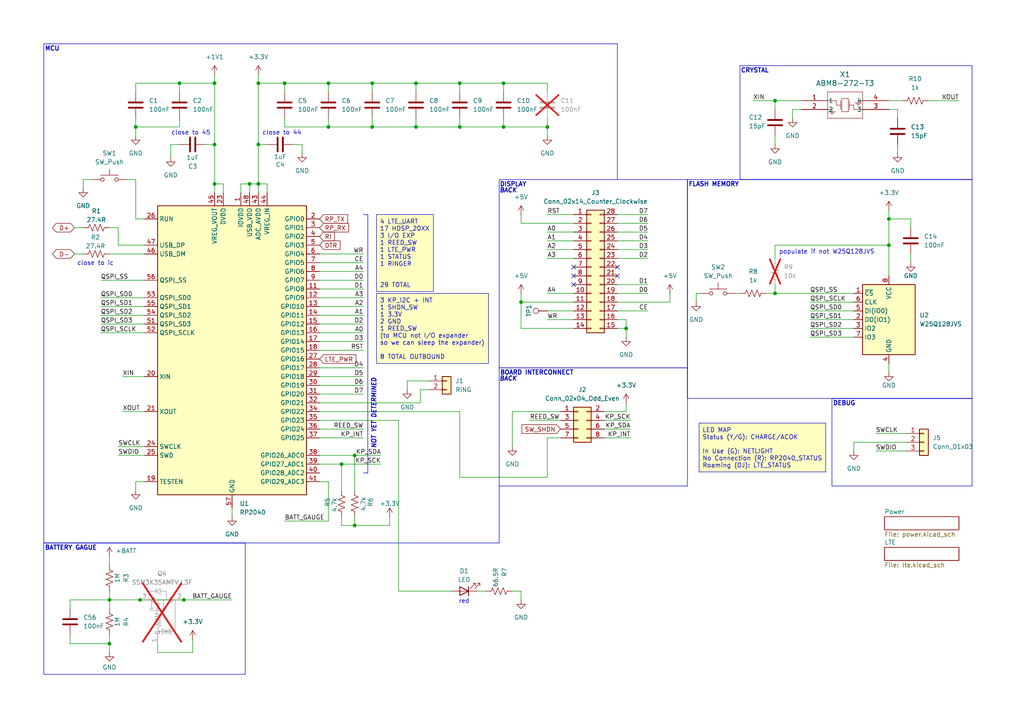
<source format=kicad_sch>
(kicad_sch (version 20231120) (generator "eeschema") (generator_version "8.0")
  (paper "A4")
  (title_block (title "MicroTAC Microcontroller") (date "2024-07-12") (rev "1") (company "Tyler Ramsawak"))
  (lib_symbols
    (symbol "ABM8_272_T3:ABM8-272-T3" (pin_names (offset 0.254))
      (property "Reference" "X" (at 12.7 7.62 0))
      (property "Value" "ABM8-272-T3" (at 12.7 5.08 0))
      (symbol "ABM8-272-T3_0_1"
        (pin unspecified line (at 0 0 0) (length 7.62) (name "1") (number "1"))
        (pin unspecified line (at 0 -2.54 0) (length 7.62) (name "2") (number "2"))
        (pin unspecified line (at 25.4 -2.54 180) (length 7.62) (name "3") (number "3"))
        (pin unspecified line (at 25.4 0 180) (length 7.62) (name "4") (number "4"))
      )
    )
    (symbol "Connector:TestPoint" (pin_numbers hide) (pin_names (offset 0.762) hide)
      (property "Reference" "TP" (at 0 6.858 0))
      (property "Value" "TestPoint" (at 0 5.08 0))
      (symbol "TestPoint_1_1"
        (pin passive line (at 0 0 90) (length 2.54) (name "1") (number "1"))
      )
    )
    (symbol "Connector_Generic:Conn_01x02" (pin_names (offset 1.016) hide)
      (property "Reference" "J" (at 0 2.54 0))
      (property "Value" "Conn_01x02" (at 0 -5.08 0))
      (symbol "Conn_01x02_1_1"
        (pin passive line (at -5.08 0 0) (length 3.81) (name "Pin_1") (number "1"))
        (pin passive line (at -5.08 -2.54 0) (length 3.81) (name "Pin_2") (number "2"))
      )
    )
    (symbol "Connector_Generic:Conn_01x03" (pin_names (offset 1.016) hide)
      (property "Reference" "J" (at 0 5.08 0))
      (property "Value" "Conn_01x03" (at 0 -5.08 0))
      (symbol "Conn_01x03_1_1"
        (pin passive line (at -5.08 2.54 0) (length 3.81) (name "Pin_1") (number "1"))
        (pin passive line (at -5.08 0 0) (length 3.81) (name "Pin_2") (number "2"))
        (pin passive line (at -5.08 -2.54 0) (length 3.81) (name "Pin_3") (number "3"))
      )
    )
    (symbol "Connector_Generic:Conn_02x04_Odd_Even" (pin_names (offset 1.016) hide)
      (property "Reference" "J" (at 1.27 5.08 0))
      (property "Value" "Conn_02x04_Odd_Even" (at 1.27 -7.62 0))
      (symbol "Conn_02x04_Odd_Even_1_1"
        (pin passive line (at -5.08 2.54 0) (length 3.81) (name "Pin_1") (number "1"))
        (pin passive line (at 7.62 2.54 180) (length 3.81) (name "Pin_2") (number "2"))
        (pin passive line (at -5.08 0 0) (length 3.81) (name "Pin_3") (number "3"))
        (pin passive line (at 7.62 0 180) (length 3.81) (name "Pin_4") (number "4"))
        (pin passive line (at -5.08 -2.54 0) (length 3.81) (name "Pin_5") (number "5"))
        (pin passive line (at 7.62 -2.54 180) (length 3.81) (name "Pin_6") (number "6"))
        (pin passive line (at -5.08 -5.08 0) (length 3.81) (name "Pin_7") (number "7"))
        (pin passive line (at 7.62 -5.08 180) (length 3.81) (name "Pin_8") (number "8"))
      )
    )
    (symbol "Connector_Generic:Conn_02x14_Counter_Clockwise" (pin_names (offset 1.016) hide)
      (property "Reference" "J" (at 1.27 17.78 0))
      (property "Value" "Conn_02x14_Counter_Clockwise" (at 1.27 -20.32 0))
      (symbol "Conn_02x14_Counter_Clockwise_1_1"
        (pin passive line (at -5.08 15.24 0) (length 3.81) (name "Pin_1") (number "1"))
        (pin passive line (at -5.08 -7.62 0) (length 3.81) (name "Pin_10") (number "10"))
        (pin passive line (at -5.08 -10.16 0) (length 3.81) (name "Pin_11") (number "11"))
        (pin passive line (at -5.08 -12.7 0) (length 3.81) (name "Pin_12") (number "12"))
        (pin passive line (at -5.08 -15.24 0) (length 3.81) (name "Pin_13") (number "13"))
        (pin passive line (at -5.08 -17.78 0) (length 3.81) (name "Pin_14") (number "14"))
        (pin passive line (at 7.62 -17.78 180) (length 3.81) (name "Pin_15") (number "15"))
        (pin passive line (at 7.62 -15.24 180) (length 3.81) (name "Pin_16") (number "16"))
        (pin passive line (at 7.62 -12.7 180) (length 3.81) (name "Pin_17") (number "17"))
        (pin passive line (at 7.62 -10.16 180) (length 3.81) (name "Pin_18") (number "18"))
        (pin passive line (at 7.62 -7.62 180) (length 3.81) (name "Pin_19") (number "19"))
        (pin passive line (at -5.08 12.7 0) (length 3.81) (name "Pin_2") (number "2"))
        (pin passive line (at 7.62 -5.08 180) (length 3.81) (name "Pin_20") (number "20"))
        (pin passive line (at 7.62 -2.54 180) (length 3.81) (name "Pin_21") (number "21"))
        (pin passive line (at 7.62 0 180) (length 3.81) (name "Pin_22") (number "22"))
        (pin passive line (at 7.62 2.54 180) (length 3.81) (name "Pin_23") (number "23"))
        (pin passive line (at 7.62 5.08 180) (length 3.81) (name "Pin_24") (number "24"))
        (pin passive line (at 7.62 7.62 180) (length 3.81) (name "Pin_25") (number "25"))
        (pin passive line (at 7.62 10.16 180) (length 3.81) (name "Pin_26") (number "26"))
        (pin passive line (at 7.62 12.7 180) (length 3.81) (name "Pin_27") (number "27"))
        (pin passive line (at 7.62 15.24 180) (length 3.81) (name "Pin_28") (number "28"))
        (pin passive line (at -5.08 10.16 0) (length 3.81) (name "Pin_3") (number "3"))
        (pin passive line (at -5.08 7.62 0) (length 3.81) (name "Pin_4") (number "4"))
        (pin passive line (at -5.08 5.08 0) (length 3.81) (name "Pin_5") (number "5"))
        (pin passive line (at -5.08 2.54 0) (length 3.81) (name "Pin_6") (number "6"))
        (pin passive line (at -5.08 0 0) (length 3.81) (name "Pin_7") (number "7"))
        (pin passive line (at -5.08 -2.54 0) (length 3.81) (name "Pin_8") (number "8"))
        (pin passive line (at -5.08 -5.08 0) (length 3.81) (name "Pin_9") (number "9"))
      )
    )
    (symbol "Device:C" (pin_numbers hide) (pin_names (offset 0.254))
      (property "Reference" "C" (at 0.635 2.54 0))
      (property "Value" "C" (at 0.635 -2.54 0))
      (symbol "C_1_1"
        (pin passive line (at 0 3.81 270) (length 2.794) (name "~") (number "1"))
        (pin passive line (at 0 -3.81 90) (length 2.794) (name "~") (number "2"))
      )
    )
    (symbol "Device:LED" (pin_numbers hide) (pin_names (offset 1.016) hide)
      (property "Reference" "D" (at 0 2.54 0))
      (property "Value" "LED" (at 0 -2.54 0))
      (symbol "LED_1_1"
        (pin passive line (at -3.81 0 0) (length 2.54) (name "K") (number "1"))
        (pin passive line (at 3.81 0 180) (length 2.54) (name "A") (number "2"))
      )
    )
    (symbol "Device:R_US" (pin_numbers hide) (pin_names (offset 0))
      (property "Reference" "R" (at 2.54 0 90))
      (property "Value" "R_US" (at -2.54 0 90))
      (symbol "R_US_1_1"
        (pin passive line (at 0 3.81 270) (length 1.27) (name "~") (number "1"))
        (pin passive line (at 0 -3.81 90) (length 1.27) (name "~") (number "2"))
      )
    )
    (symbol "MCU_RaspberryPi:RP2040"
      (property "Reference" "U" (at 17.78 45.72 0))
      (property "Value" "RP2040" (at 17.78 43.18 0))
      (symbol "RP2040_1_1"
        (pin power_in line (at 2.54 45.72 270) (length 3.81) (name "IOVDD") (number "1"))
        (pin passive line (at 2.54 45.72 270) (length 3.81) hide (name "IOVDD") (number "10"))
        (pin bidirectional line (at 25.4 17.78 180) (length 3.81) (name "GPIO8") (number "11"))
        (pin bidirectional line (at 25.4 15.24 180) (length 3.81) (name "GPIO9") (number "12"))
        (pin bidirectional line (at 25.4 12.7 180) (length 3.81) (name "GPIO10") (number "13"))
        (pin bidirectional line (at 25.4 10.16 180) (length 3.81) (name "GPIO11") (number "14"))
        (pin bidirectional line (at 25.4 7.62 180) (length 3.81) (name "GPIO12") (number "15"))
        (pin bidirectional line (at 25.4 5.08 180) (length 3.81) (name "GPIO13") (number "16"))
        (pin bidirectional line (at 25.4 2.54 180) (length 3.81) (name "GPIO14") (number "17"))
        (pin bidirectional line (at 25.4 0 180) (length 3.81) (name "GPIO15") (number "18"))
        (pin input line (at -25.4 -38.1 0) (length 3.81) (name "TESTEN") (number "19"))
        (pin bidirectional line (at 25.4 38.1 180) (length 3.81) (name "GPIO0") (number "2"))
        (pin input line (at -25.4 -7.62 0) (length 3.81) (name "XIN") (number "20"))
        (pin passive line (at -25.4 -17.78 0) (length 3.81) (name "XOUT") (number "21"))
        (pin passive line (at 2.54 45.72 270) (length 3.81) hide (name "IOVDD") (number "22"))
        (pin power_in line (at -2.54 45.72 270) (length 3.81) (name "DVDD") (number "23"))
        (pin input line (at -25.4 -27.94 0) (length 3.81) (name "SWCLK") (number "24"))
        (pin bidirectional line (at -25.4 -30.48 0) (length 3.81) (name "SWD") (number "25"))
        (pin input line (at -25.4 38.1 0) (length 3.81) (name "RUN") (number "26"))
        (pin bidirectional line (at 25.4 -2.54 180) (length 3.81) (name "GPIO16") (number "27"))
        (pin bidirectional line (at 25.4 -5.08 180) (length 3.81) (name "GPIO17") (number "28"))
        (pin bidirectional line (at 25.4 -7.62 180) (length 3.81) (name "GPIO18") (number "29"))
        (pin bidirectional line (at 25.4 35.56 180) (length 3.81) (name "GPIO1") (number "3"))
        (pin bidirectional line (at 25.4 -10.16 180) (length 3.81) (name "GPIO19") (number "30"))
        (pin bidirectional line (at 25.4 -12.7 180) (length 3.81) (name "GPIO20") (number "31"))
        (pin bidirectional line (at 25.4 -15.24 180) (length 3.81) (name "GPIO21") (number "32"))
        (pin passive line (at 2.54 45.72 270) (length 3.81) hide (name "IOVDD") (number "33"))
        (pin bidirectional line (at 25.4 -17.78 180) (length 3.81) (name "GPIO22") (number "34"))
        (pin bidirectional line (at 25.4 -20.32 180) (length 3.81) (name "GPIO23") (number "35"))
        (pin bidirectional line (at 25.4 -22.86 180) (length 3.81) (name "GPIO24") (number "36"))
        (pin bidirectional line (at 25.4 -25.4 180) (length 3.81) (name "GPIO25") (number "37"))
        (pin bidirectional line (at 25.4 -30.48 180) (length 3.81) (name "GPIO26_ADC0") (number "38"))
        (pin bidirectional line (at 25.4 -33.02 180) (length 3.81) (name "GPIO27_ADC1") (number "39"))
        (pin bidirectional line (at 25.4 33.02 180) (length 3.81) (name "GPIO2") (number "4"))
        (pin bidirectional line (at 25.4 -35.56 180) (length 3.81) (name "GPIO28_ADC2") (number "40"))
        (pin bidirectional line (at 25.4 -38.1 180) (length 3.81) (name "GPIO29_ADC3") (number "41"))
        (pin passive line (at 2.54 45.72 270) (length 3.81) hide (name "IOVDD") (number "42"))
        (pin power_in line (at 7.62 45.72 270) (length 3.81) (name "ADC_AVDD") (number "43"))
        (pin power_in line (at 10.16 45.72 270) (length 3.81) (name "VREG_IN") (number "44"))
        (pin power_out line (at -5.08 45.72 270) (length 3.81) (name "VREG_VOUT") (number "45"))
        (pin bidirectional line (at -25.4 27.94 0) (length 3.81) (name "USB_DM") (number "46"))
        (pin bidirectional line (at -25.4 30.48 0) (length 3.81) (name "USB_DP") (number "47"))
        (pin power_in line (at 5.08 45.72 270) (length 3.81) (name "USB_VDD") (number "48"))
        (pin passive line (at 2.54 45.72 270) (length 3.81) hide (name "IOVDD") (number "49"))
        (pin bidirectional line (at 25.4 30.48 180) (length 3.81) (name "GPIO3") (number "5"))
        (pin passive line (at -2.54 45.72 270) (length 3.81) hide (name "DVDD") (number "50"))
        (pin bidirectional line (at -25.4 7.62 0) (length 3.81) (name "QSPI_SD3") (number "51"))
        (pin output line (at -25.4 5.08 0) (length 3.81) (name "QSPI_SCLK") (number "52"))
        (pin bidirectional line (at -25.4 15.24 0) (length 3.81) (name "QSPI_SD0") (number "53"))
        (pin bidirectional line (at -25.4 10.16 0) (length 3.81) (name "QSPI_SD2") (number "54"))
        (pin bidirectional line (at -25.4 12.7 0) (length 3.81) (name "QSPI_SD1") (number "55"))
        (pin bidirectional line (at -25.4 20.32 0) (length 3.81) (name "QSPI_SS") (number "56"))
        (pin power_in line (at 0 -45.72 90) (length 3.81) (name "GND") (number "57"))
        (pin bidirectional line (at 25.4 27.94 180) (length 3.81) (name "GPIO4") (number "6"))
        (pin bidirectional line (at 25.4 25.4 180) (length 3.81) (name "GPIO5") (number "7"))
        (pin bidirectional line (at 25.4 22.86 180) (length 3.81) (name "GPIO6") (number "8"))
        (pin bidirectional line (at 25.4 20.32 180) (length 3.81) (name "GPIO7") (number "9"))
      )
    )
    (symbol "Memory_Flash:W25Q128JVS"
      (property "Reference" "U" (at -8.89 8.89 0))
      (property "Value" "W25Q128JVS" (at 7.62 8.89 0))
      (symbol "W25Q128JVS_1_1"
        (pin input line (at -10.16 7.62 0) (length 2.54) (name "~{CS}") (number "1"))
        (pin bidirectional line (at -10.16 0 0) (length 2.54) (name "DO(IO1)") (number "2"))
        (pin bidirectional line (at -10.16 -2.54 0) (length 2.54) (name "IO2") (number "3"))
        (pin power_in line (at 0 -12.7 90) (length 2.54) (name "GND") (number "4"))
        (pin bidirectional line (at -10.16 2.54 0) (length 2.54) (name "DI(IO0)") (number "5"))
        (pin input line (at -10.16 5.08 0) (length 2.54) (name "CLK") (number "6"))
        (pin bidirectional line (at -10.16 -5.08 0) (length 2.54) (name "IO3") (number "7"))
        (pin power_in line (at 0 12.7 270) (length 2.54) (name "VCC") (number "8"))
      )
    )
    (symbol "Switch:SW_Push" (pin_numbers hide) (pin_names (offset 1.016) hide)
      (property "Reference" "SW" (at 1.27 2.54 0))
      (property "Value" "SW_Push" (at 0 -1.524 0))
      (symbol "SW_Push_0_1"
        (pin passive line (at -5.08 0 0) (length 2.54) (name "1") (number "1"))
        (pin passive line (at 5.08 0 180) (length 2.54) (name "2") (number "2"))
      )
    )
    (symbol "easyeda2kicad:SSM3K35AMFV,L3F"
      (property "Reference" "Q" (at 0 10.16 0))
      (property "Value" "SSM3K35AMFV,L3F" (at 0 -12.7 0))
      (symbol "SSM3K35AMFV,L3F_0_1"
        (pin unspecified line (at -12.7 0 0) (length 2.032) (name "G") (number "1"))
        (pin unspecified line (at 0 -7.62 90) (length 2.54) (name "S") (number "2"))
        (pin unspecified line (at 0 5.08 270) (length 2.54) (name "D") (number "3"))
      )
    )
    (symbol "power:+1V1" (power) (pin_numbers hide) (pin_names (offset 0) hide)
      (property "Value" "+1V1" (at 0 3.556 0))
      (symbol "+1V1_1_1"
        (pin power_in line (at 0 0 90) (length 0) (name "~") (number "1"))
      )
    )
    (symbol "power:+3.3V" (power) (pin_numbers hide) (pin_names (offset 0) hide)
      (property "Value" "+3.3V" (at 0 3.556 0))
      (symbol "+3.3V_1_1"
        (pin power_in line (at 0 0 90) (length 0) (name "~") (number "1"))
      )
    )
    (symbol "power:+5V" (power) (pin_numbers hide) (pin_names (offset 0) hide)
      (property "Value" "+5V" (at 0 3.556 0))
      (symbol "+5V_1_1"
        (pin power_in line (at 0 0 90) (length 0) (name "~") (number "1"))
      )
    )
    (symbol "power:+BATT" (power) (pin_numbers hide) (pin_names (offset 0) hide)
      (property "Value" "+BATT" (at 0 3.556 0))
      (symbol "+BATT_1_1"
        (pin power_in line (at 0 0 90) (length 0) (name "~") (number "1"))
      )
    )
    (symbol "power:GND" (power) (pin_numbers hide) (pin_names (offset 0) hide)
      (property "Value" "GND" (at 0 -3.81 0))
      (symbol "GND_1_1"
        (pin power_in line (at 0 0 270) (length 0) (name "~") (number "1"))
      )
    )
  )
  (junction (at 158.75 36.83))
  (junction (at 72.39 53.34))
  (junction (at 133.35 24.13))
  (junction (at 62.23 24.13))
  (junction (at 31.75 186.69))
  (junction (at 74.93 24.13))
  (junction (at 146.05 36.83))
  (junction (at 62.23 41.91))
  (junction (at 257.81 63.5))
  (junction (at 62.23 53.34))
  (junction (at 120.65 24.13))
  (junction (at 102.87 152.4))
  (junction (at 82.55 24.13))
  (junction (at 107.95 36.83))
  (junction (at 133.35 36.83))
  (junction (at 181.61 95.25))
  (junction (at 74.93 41.91))
  (junction (at 52.07 24.13))
  (junction (at 31.75 173.99))
  (junction (at 102.87 132.08))
  (junction (at 95.25 36.83))
  (junction (at 224.79 29.21))
  (junction (at 40.64 173.99))
  (junction (at 95.25 24.13))
  (junction (at 53.34 173.99))
  (junction (at 39.37 36.83))
  (junction (at 107.95 24.13))
  (junction (at 257.81 71.12))
  (junction (at 151.13 87.63))
  (junction (at 224.79 85.09))
  (junction (at 146.05 24.13))
  (junction (at 74.93 53.34))
  (junction (at 99.06 134.62))
  (junction (at 120.65 36.83))
  (no_connect (at 166.37 77.47))
  (no_connect (at 179.07 80.01))
  (no_connect (at 179.07 77.47))
  (no_connect (at 166.37 80.01))
  (no_connect (at 166.37 82.55))
  (wire (pts (xy 34.29 66.04) (xy 31.75 66.04)))
  (wire (pts (xy 158.75 92.71) (xy 166.37 92.71)))
  (wire (pts (xy 40.64 173.99) (xy 53.34 173.99)))
  (wire (pts (xy 120.65 24.13) (xy 120.65 26.67)))
  (wire (pts (xy 179.07 92.71) (xy 181.61 92.71)))
  (wire (pts (xy 62.23 21.59) (xy 62.23 24.13)))
  (wire (pts (xy 29.21 81.28) (xy 41.91 81.28)))
  (wire (pts (xy 222.25 85.09) (xy 224.79 85.09)))
  (wire (pts (xy 31.75 173.99) (xy 31.75 171.45)))
  (wire (pts (xy 229.87 31.75) (xy 229.87 34.29)))
  (wire (pts (xy 194.31 85.09) (xy 194.31 87.63)))
  (wire (pts (xy 121.92 113.03) (xy 121.92 116.84)))
  (wire (pts (xy 257.81 107.95) (xy 257.81 105.41)))
  (wire (pts (xy 31.75 173.99) (xy 20.32 173.99)))
  (wire (pts (xy 181.61 116.84) (xy 181.61 119.38)))
  (wire (pts (xy 82.55 24.13) (xy 74.93 24.13)))
  (wire (pts (xy 133.35 138.43) (xy 158.75 138.43)))
  (wire (pts (xy 92.71 101.6) (xy 105.41 101.6)))
  (wire (pts (xy 53.34 173.99) (xy 67.31 173.99)))
  (wire (pts (xy 179.07 95.25) (xy 181.61 95.25)))
  (wire (pts (xy 41.91 63.5) (xy 39.37 63.5)))
  (wire (pts (xy 49.53 45.72) (xy 49.53 41.91)))
  (wire (pts (xy 264.16 66.04) (xy 264.16 63.5)))
  (wire (pts (xy 92.71 109.22) (xy 105.41 109.22)))
  (wire (pts (xy 254 125.73) (xy 262.89 125.73)))
  (wire (pts (xy 102.87 132.08) (xy 92.71 132.08)))
  (wire (pts (xy 187.96 64.77) (xy 179.07 64.77)))
  (wire (pts (xy 92.71 88.9) (xy 105.41 88.9)))
  (polyline (pts (xy 105.41 62.23) (xy 106.68 62.23)))
  (wire (pts (xy 181.61 119.38) (xy 175.26 119.38)))
  (wire (pts (xy 82.55 34.29) (xy 82.55 36.83)))
  (wire (pts (xy 260.35 31.75) (xy 260.35 34.29)))
  (wire (pts (xy 102.87 152.4) (xy 113.03 152.4)))
  (wire (pts (xy 31.75 186.69) (xy 31.75 184.15)))
  (wire (pts (xy 74.93 21.59) (xy 74.93 24.13)))
  (wire (pts (xy 158.75 85.09) (xy 166.37 85.09)))
  (wire (pts (xy 130.81 171.45) (xy 115.57 171.45)))
  (wire (pts (xy 95.25 24.13) (xy 107.95 24.13)))
  (wire (pts (xy 77.47 41.91) (xy 74.93 41.91)))
  (wire (pts (xy 82.55 24.13) (xy 95.25 24.13)))
  (wire (pts (xy 39.37 36.83) (xy 39.37 34.29)))
  (wire (pts (xy 99.06 149.86) (xy 99.06 152.4)))
  (polyline (pts (xy 106.68 62.23) (xy 106.68 137.16)))
  (wire (pts (xy 26.67 52.07) (xy 24.13 52.07)))
  (wire (pts (xy 158.75 24.13) (xy 158.75 26.67)))
  (wire (pts (xy 59.69 41.91) (xy 62.23 41.91)))
  (wire (pts (xy 224.79 85.09) (xy 247.65 85.09)))
  (wire (pts (xy 218.44 29.21) (xy 224.79 29.21)))
  (wire (pts (xy 158.75 90.17) (xy 166.37 90.17)))
  (wire (pts (xy 187.96 69.85) (xy 179.07 69.85)))
  (wire (pts (xy 257.81 63.5) (xy 257.81 71.12)))
  (wire (pts (xy 39.37 39.37) (xy 39.37 36.83)))
  (wire (pts (xy 92.71 78.74) (xy 105.41 78.74)))
  (wire (pts (xy 158.75 138.43) (xy 158.75 127)))
  (wire (pts (xy 158.75 72.39) (xy 166.37 72.39)))
  (wire (pts (xy 95.25 24.13) (xy 95.25 26.67)))
  (wire (pts (xy 224.79 39.37) (xy 224.79 41.91)))
  (wire (pts (xy 257.81 71.12) (xy 257.81 80.01)))
  (wire (pts (xy 120.65 36.83) (xy 133.35 36.83)))
  (wire (pts (xy 133.35 26.67) (xy 133.35 24.13)))
  (wire (pts (xy 257.81 63.5) (xy 264.16 63.5)))
  (wire (pts (xy 34.29 71.12) (xy 34.29 66.04)))
  (wire (pts (xy 92.71 116.84) (xy 121.92 116.84)))
  (wire (pts (xy 77.47 53.34) (xy 77.47 55.88)))
  (wire (pts (xy 92.71 83.82) (xy 105.41 83.82)))
  (wire (pts (xy 257.81 60.96) (xy 257.81 63.5)))
  (wire (pts (xy 52.07 26.67) (xy 52.07 24.13)))
  (wire (pts (xy 92.71 106.68) (xy 105.41 106.68)))
  (wire (pts (xy 29.21 91.44) (xy 41.91 91.44)))
  (wire (pts (xy 85.09 41.91) (xy 87.63 41.91)))
  (wire (pts (xy 92.71 96.52) (xy 105.41 96.52)))
  (wire (pts (xy 118.11 110.49) (xy 118.11 113.03)))
  (polyline (pts (xy 179.07 12.7) (xy 179.07 52.07)))
  (wire (pts (xy 151.13 171.45) (xy 151.13 173.99)))
  (wire (pts (xy 87.63 44.45) (xy 87.63 41.91)))
  (wire (pts (xy 158.75 127) (xy 162.56 127)))
  (wire (pts (xy 92.71 111.76) (xy 105.41 111.76)))
  (polyline (pts (xy 12.7 12.7) (xy 179.07 12.7)))
  (wire (pts (xy 146.05 24.13) (xy 158.75 24.13)))
  (wire (pts (xy 158.75 69.85) (xy 166.37 69.85)))
  (wire (pts (xy 224.79 29.21) (xy 224.79 31.75)))
  (wire (pts (xy 92.71 114.3) (xy 105.41 114.3)))
  (wire (pts (xy 69.85 55.88) (xy 69.85 53.34)))
  (wire (pts (xy 166.37 95.25) (xy 151.13 95.25)))
  (wire (pts (xy 102.87 149.86) (xy 102.87 152.4)))
  (wire (pts (xy 151.13 87.63) (xy 151.13 95.25)))
  (wire (pts (xy 138.43 171.45) (xy 140.97 171.45)))
  (polyline (pts (xy 105.41 137.16) (xy 106.68 137.16)))
  (wire (pts (xy 182.88 121.92) (xy 175.26 121.92)))
  (wire (pts (xy 95.25 139.7) (xy 92.71 139.7)))
  (wire (pts (xy 115.57 121.92) (xy 115.57 171.45)))
  (wire (pts (xy 257.81 29.21) (xy 261.62 29.21)))
  (wire (pts (xy 187.96 85.09) (xy 179.07 85.09)))
  (wire (pts (xy 133.35 36.83) (xy 146.05 36.83)))
  (wire (pts (xy 39.37 52.07) (xy 36.83 52.07)))
  (wire (pts (xy 224.79 74.93) (xy 224.79 71.12)))
  (wire (pts (xy 95.25 151.13) (xy 95.25 139.7)))
  (wire (pts (xy 124.46 113.03) (xy 121.92 113.03)))
  (wire (pts (xy 39.37 63.5) (xy 39.37 52.07)))
  (wire (pts (xy 92.71 93.98) (xy 105.41 93.98)))
  (wire (pts (xy 182.88 124.46) (xy 175.26 124.46)))
  (wire (pts (xy 146.05 36.83) (xy 146.05 34.29)))
  (wire (pts (xy 29.21 93.98) (xy 41.91 93.98)))
  (polyline (pts (xy 144.78 157.48) (xy 12.7 157.48)))
  (wire (pts (xy 158.75 39.37) (xy 158.75 36.83)))
  (wire (pts (xy 234.95 92.71) (xy 247.65 92.71)))
  (wire (pts (xy 254 130.81) (xy 262.89 130.81)))
  (wire (pts (xy 234.95 90.17) (xy 247.65 90.17)))
  (wire (pts (xy 99.06 152.4) (xy 102.87 152.4)))
  (wire (pts (xy 29.21 88.9) (xy 41.91 88.9)))
  (wire (pts (xy 151.13 171.45) (xy 148.59 171.45)))
  (wire (pts (xy 232.41 31.75) (xy 229.87 31.75)))
  (wire (pts (xy 110.49 132.08) (xy 102.87 132.08)))
  (wire (pts (xy 39.37 24.13) (xy 39.37 26.67)))
  (wire (pts (xy 124.46 110.49) (xy 118.11 110.49)))
  (wire (pts (xy 257.81 31.75) (xy 260.35 31.75)))
  (wire (pts (xy 62.23 24.13) (xy 62.23 41.91)))
  (wire (pts (xy 92.71 86.36) (xy 105.41 86.36)))
  (wire (pts (xy 55.88 185.42) (xy 55.88 189.23)))
  (wire (pts (xy 52.07 34.29) (xy 52.07 36.83)))
  (wire (pts (xy 166.37 64.77) (xy 151.13 64.77)))
  (wire (pts (xy 120.65 34.29) (xy 120.65 36.83)))
  (wire (pts (xy 234.95 95.25) (xy 247.65 95.25)))
  (wire (pts (xy 29.21 96.52) (xy 41.91 96.52)))
  (wire (pts (xy 260.35 41.91) (xy 260.35 44.45)))
  (wire (pts (xy 107.95 36.83) (xy 120.65 36.83)))
  (wire (pts (xy 55.88 189.23) (xy 45.72 189.23)))
  (wire (pts (xy 194.31 87.63) (xy 179.07 87.63)))
  (wire (pts (xy 234.95 97.79) (xy 247.65 97.79)))
  (wire (pts (xy 29.21 86.36) (xy 41.91 86.36)))
  (wire (pts (xy 31.75 161.29) (xy 31.75 163.83)))
  (wire (pts (xy 95.25 34.29) (xy 95.25 36.83)))
  (wire (pts (xy 182.88 127) (xy 175.26 127)))
  (wire (pts (xy 92.71 91.44) (xy 105.41 91.44)))
  (wire (pts (xy 20.32 184.15) (xy 20.32 186.69)))
  (wire (pts (xy 20.32 186.69) (xy 31.75 186.69)))
  (wire (pts (xy 247.65 128.27) (xy 262.89 128.27)))
  (wire (pts (xy 67.31 149.86) (xy 67.31 147.32)))
  (wire (pts (xy 181.61 95.25) (xy 181.61 97.79)))
  (wire (pts (xy 133.35 34.29) (xy 133.35 36.83)))
  (wire (pts (xy 31.75 73.66) (xy 41.91 73.66)))
  (wire (pts (xy 92.71 76.2) (xy 105.41 76.2)))
  (polyline (pts (xy 144.78 140.97) (xy 144.78 157.48)))
  (wire (pts (xy 72.39 53.34) (xy 74.93 53.34)))
  (wire (pts (xy 74.93 41.91) (xy 74.93 53.34)))
  (wire (pts (xy 158.75 74.93) (xy 166.37 74.93)))
  (wire (pts (xy 187.96 62.23) (xy 179.07 62.23)))
  (wire (pts (xy 234.95 87.63) (xy 247.65 87.63)))
  (wire (pts (xy 102.87 132.08) (xy 102.87 142.24)))
  (wire (pts (xy 35.56 119.38) (xy 41.91 119.38)))
  (wire (pts (xy 92.71 73.66) (xy 105.41 73.66)))
  (wire (pts (xy 213.36 85.09) (xy 214.63 85.09)))
  (wire (pts (xy 62.23 53.34) (xy 62.23 55.88)))
  (wire (pts (xy 120.65 24.13) (xy 133.35 24.13)))
  (wire (pts (xy 99.06 142.24) (xy 99.06 134.62)))
  (wire (pts (xy 74.93 53.34) (xy 74.93 55.88)))
  (wire (pts (xy 105.41 124.46) (xy 92.71 124.46)))
  (wire (pts (xy 24.13 66.04) (xy 21.59 66.04)))
  (wire (pts (xy 45.72 189.23) (xy 45.72 186.69)))
  (wire (pts (xy 74.93 24.13) (xy 74.93 41.91)))
  (wire (pts (xy 95.25 36.83) (xy 107.95 36.83)))
  (wire (pts (xy 69.85 53.34) (xy 72.39 53.34)))
  (wire (pts (xy 92.71 121.92) (xy 115.57 121.92)))
  (wire (pts (xy 64.77 55.88) (xy 64.77 53.34)))
  (wire (pts (xy 92.71 127) (xy 105.41 127)))
  (wire (pts (xy 247.65 128.27) (xy 247.65 130.81)))
  (polyline (pts (xy 12.7 157.48) (xy 12.7 12.7)))
  (wire (pts (xy 148.59 119.38) (xy 162.56 119.38)))
  (wire (pts (xy 31.75 189.23) (xy 31.75 186.69)))
  (wire (pts (xy 24.13 52.07) (xy 24.13 54.61)))
  (wire (pts (xy 151.13 64.77) (xy 151.13 62.23)))
  (wire (pts (xy 52.07 24.13) (xy 39.37 24.13)))
  (wire (pts (xy 20.32 173.99) (xy 20.32 176.53)))
  (wire (pts (xy 31.75 176.53) (xy 31.75 173.99)))
  (wire (pts (xy 224.79 85.09) (xy 224.79 82.55)))
  (wire (pts (xy 92.71 134.62) (xy 99.06 134.62)))
  (wire (pts (xy 181.61 92.71) (xy 181.61 95.25)))
  (wire (pts (xy 92.71 119.38) (xy 133.35 119.38)))
  (wire (pts (xy 24.13 73.66) (xy 21.59 73.66)))
  (wire (pts (xy 187.96 72.39) (xy 179.07 72.39)))
  (wire (pts (xy 201.93 85.09) (xy 201.93 87.63)))
  (wire (pts (xy 153.67 121.92) (xy 162.56 121.92)))
  (wire (pts (xy 151.13 85.09) (xy 151.13 87.63)))
  (wire (pts (xy 158.75 34.29) (xy 158.75 36.83)))
  (wire (pts (xy 82.55 36.83) (xy 95.25 36.83)))
  (wire (pts (xy 224.79 71.12) (xy 257.81 71.12)))
  (wire (pts (xy 34.29 132.08) (xy 41.91 132.08)))
  (wire (pts (xy 41.91 71.12) (xy 34.29 71.12)))
  (wire (pts (xy 82.55 26.67) (xy 82.55 24.13)))
  (wire (pts (xy 151.13 87.63) (xy 166.37 87.63)))
  (wire (pts (xy 113.03 152.4) (xy 113.03 149.86)))
  (wire (pts (xy 62.23 41.91) (xy 62.23 53.34)))
  (wire (pts (xy 133.35 24.13) (xy 146.05 24.13)))
  (wire (pts (xy 133.35 119.38) (xy 133.35 138.43)))
  (wire (pts (xy 187.96 82.55) (xy 179.07 82.55)))
  (wire (pts (xy 187.96 90.17) (xy 179.07 90.17)))
  (wire (pts (xy 264.16 76.2) (xy 264.16 73.66)))
  (wire (pts (xy 158.75 67.31) (xy 166.37 67.31)))
  (wire (pts (xy 107.95 24.13) (xy 120.65 24.13)))
  (wire (pts (xy 40.64 173.99) (xy 31.75 173.99)))
  (wire (pts (xy 187.96 74.93) (xy 179.07 74.93)))
  (wire (pts (xy 52.07 24.13) (xy 62.23 24.13)))
  (wire (pts (xy 107.95 34.29) (xy 107.95 36.83)))
  (wire (pts (xy 52.07 36.83) (xy 39.37 36.83)))
  (wire (pts (xy 39.37 139.7) (xy 41.91 139.7)))
  (wire (pts (xy 35.56 109.22) (xy 41.91 109.22)))
  (wire (pts (xy 92.71 81.28) (xy 105.41 81.28)))
  (wire (pts (xy 148.59 119.38) (xy 148.59 129.54)))
  (wire (pts (xy 232.41 29.21) (xy 224.79 29.21)))
  (wire (pts (xy 39.37 142.24) (xy 39.37 139.7)))
  (wire (pts (xy 52.07 41.91) (xy 49.53 41.91)))
  (wire (pts (xy 74.93 53.34) (xy 77.47 53.34)))
  (wire (pts (xy 107.95 24.13) (xy 107.95 26.67)))
  (wire (pts (xy 64.77 53.34) (xy 62.23 53.34)))
  (wire (pts (xy 146.05 24.13) (xy 146.05 26.67)))
  (wire (pts (xy 82.55 151.13) (xy 95.25 151.13)))
  (wire (pts (xy 146.05 36.83) (xy 158.75 36.83)))
  (wire (pts (xy 72.39 53.34) (xy 72.39 55.88)))
  (wire (pts (xy 99.06 134.62) (xy 110.49 134.62)))
  (wire (pts (xy 269.24 29.21) (xy 278.13 29.21)))
  (wire (pts (xy 34.29 129.54) (xy 41.91 129.54)))
  (wire (pts (xy 92.71 99.06) (xy 105.41 99.06)))
  (wire (pts (xy 203.2 85.09) (xy 201.93 85.09)))
  (wire (pts (xy 187.96 67.31) (xy 179.07 67.31)))
  (wire (pts (xy 158.75 62.23) (xy 166.37 62.23)))
  (rectangle (start 241.3 115.57) (end 281.94 140.97))
  (rectangle (start 144.78 52.07) (end 199.39 106.68))
  (rectangle (start 214.63 19.05) (end 281.94 52.07))
  (rectangle (start 144.78 106.68) (end 199.39 140.97))
  (rectangle (start 12.7 157.48) (end 71.12 195.58))
  (rectangle (start 199.39 52.07) (end 281.94 115.57))
  (text_box "4 LTE_UART\n17 HDSP_20XX\n3 I/O EXP\n1 REED_SW\n1 LTE_PWR\n1 STATUS\n1 RINGER\n\n\n29 TOTAL" (at 109.22 62.23 0) (size 16.4472 22.35) (fill (type color) (color 255 255 194 1)) (effects (font (size 1.27 1.27)) (justify left)))
  (text_box "LED MAP\nStatus (Y/G): CHARGE/ACOK\n\nIn Use (G): NETLIGHT\nNo Connection (R): RP2040_STATUS\nRoaming (OJ): LTE_STATUS" (at 202.7555 122.7083 0) (size 36.7671 14.1714) (fill (type color) (color 255 255 194 1)) (effects (font (size 1.27 1.27)) (justify left)))
  (text_box "3 KP_I2C + INT\n1 SHDN_SW\n1 3.3V\n2 GND\n1 REED_SW\n(to MCU not I/O expander\nso we can sleep the expander)\n\n8 TOTAL OUTBOUND\n" (at 109.22 85.09 0) (size 32.4128 20.3053) (fill (type color) (color 255 255 194 1)) (effects (font (size 1.27 1.27)) (justify left)))
  (text "BACK" (at 144.78 109.982 0) (effects (font (size 1.27 1.27) (thickness 0.254) (bold yes) (italic yes)) (justify left)))
  (text "close to 45" (at 55.372 38.608 0) (effects (font (size 1.27 1.27))))
  (text "CRYSTAL" (at 218.948 20.574 0) (effects (font (size 1.27 1.27) (bold yes))))
  (text "close to ic" (at 27.686 76.454 0) (effects (font (size 1.27 1.27))))
  (text "red" (at 134.62 174.498 0) (effects (font (size 1.27 1.27))))
  (text "DEBUG" (at 244.856 117.094 0) (effects (font (size 1.27 1.27) (thickness 0.254) (bold yes))))
  (text "MCU" (at 12.954 14.224 0) (effects (font (size 1.27 1.27) (bold yes)) (justify left)))
  (text "BOARD INTERCONNECT" (at 155.702 108.204 0) (effects (font (size 1.27 1.27) (thickness 0.254) (bold yes))))
  (text "BACK" (at 144.78 55.372 0) (effects (font (size 1.27 1.27) (thickness 0.254) (bold yes) (italic yes)) (justify left)))
  (text "DISPLAY" (at 148.844 53.594 0) (effects (font (size 1.27 1.27) (thickness 0.254) (bold yes))))
  (text "FLASH MEMORY" (at 199.644 52.832 0) (effects (font (size 1.27 1.27) (bold yes)) (justify left top)))
  (text "populate if not W25Q128JVS" (at 239.776 73.152 0) (effects (font (size 1.27 1.27))))
  (text "BATTERY GAGUE" (at 12.954 159.004 0) (effects (font (size 1.27 1.27) (bold yes)) (justify left)))
  (text "NOT YET DETERMINED" (at 108.458 130.302 90) (effects (font (size 1.27 1.27) (bold yes) (italic yes)) (justify left)))
  (text "close to 44" (at 81.788 38.608 0) (effects (font (size 1.27 1.27))))
  (label "D4" (at 105.41 106.68 180))
  (label "D5" (at 187.96 67.31 180))
  (label "XOUT" (at 35.56 119.38 0))
  (label "A4" (at 105.41 78.74 180))
  (label "D2" (at 105.41 93.98 180))
  (label "RST" (at 158.75 62.23 0))
  (label "A0" (at 105.41 96.52 180))
  (label "D3" (at 187.96 72.39 180))
  (label "WR" (at 158.75 92.71 0))
  (label "CE" (at 187.96 90.17 180))
  (label "CE" (at 105.41 76.2 180))
  (label "D0" (at 187.96 85.09 180))
  (label "D3" (at 105.41 99.06 180))
  (label "A3" (at 158.75 74.93 0))
  (label "QSPI_SD3" (at 29.21 93.98 0))
  (label "KP_SCK" (at 182.88 121.92 180))
  (label "KP_SCK" (at 110.49 134.62 180))
  (label "QSPI_SD3" (at 234.95 97.79 0))
  (label "QSPI_SS" (at 29.21 81.28 0))
  (label "QSPI_SD1" (at 234.95 92.71 0))
  (label "KP_INT" (at 105.41 127 180))
  (label "REED_SW" (at 153.67 121.92 0))
  (label "A1" (at 158.75 69.85 0))
  (label "XOUT" (at 278.13 29.21 180))
  (label "D1" (at 187.96 82.55 180))
  (label "A1" (at 105.41 91.44 180))
  (label "KP_SDA" (at 110.49 132.08 180))
  (label "QSPI_SD0" (at 234.95 90.17 0))
  (label "D5" (at 105.41 109.22 180))
  (label "SWCLK" (at 34.29 129.54 0))
  (label "D6" (at 105.41 111.76 180))
  (label "D2" (at 187.96 74.93 180))
  (label "A4" (at 158.75 85.09 0))
  (label "QSPI_SS" (at 234.95 85.09 0))
  (label "D4" (at 187.96 69.85 180))
  (label "KP_SDA" (at 182.88 124.46 180))
  (label "BATT_GAUGE" (at 82.55 151.13 0))
  (label "D0" (at 105.41 81.28 180))
  (label "A2" (at 105.41 88.9 180))
  (label "A0" (at 158.75 67.31 0))
  (label "QSPI_SCLK" (at 234.95 87.63 0))
  (label "SWDIO" (at 254 130.81 0))
  (label "A2" (at 158.75 72.39 0))
  (label "QSPI_SD2" (at 234.95 95.25 0))
  (label "SWCLK" (at 254 125.73 0))
  (label "RST" (at 105.41 101.6 180))
  (label "QSPI_SD2" (at 29.21 91.44 0))
  (label "QSPI_SD1" (at 29.21 88.9 0))
  (label "A3" (at 105.41 86.36 180))
  (label "XIN" (at 218.44 29.21 0))
  (label "D6" (at 187.96 64.77 180))
  (label "D7" (at 105.41 114.3 180))
  (label "SWDIO" (at 34.29 132.08 0))
  (label "WR" (at 105.41 73.66 180))
  (label "BATT_GAUGE" (at 67.31 173.99 180))
  (label "QSPI_SD0" (at 29.21 86.36 0))
  (label "XIN" (at 35.56 109.22 0))
  (label "REED_SW" (at 105.41 124.46 180))
  (label "QSPI_SCLK" (at 29.21 96.52 0))
  (label "D1" (at 105.41 83.82 180))
  (label "KP_INT" (at 182.88 127 180))
  (label "D7" (at 187.96 62.23 180))
  (global_label "RP_RX" (shape input) (at 92.71 66.04 0) (property "Intersheetrefs" "${INTERSHEET_REFS}" (effects (hide yes))))
  (global_label "D+" (shape bidirectional) (at 21.59 66.04 180) (property "Intersheetrefs" "${INTERSHEET_REFS}" (effects (hide yes))))
  (global_label "LTE_PWR" (shape input) (at 92.71 104.14 0) (property "Intersheetrefs" "${INTERSHEET_REFS}" (effects (hide yes))))
  (global_label "SW_SHDN" (shape input) (at 162.56 124.46 180) (property "Intersheetrefs" "${INTERSHEET_REFS}" (effects (hide yes))))
  (global_label "D-" (shape bidirectional) (at 21.59 73.66 180) (property "Intersheetrefs" "${INTERSHEET_REFS}" (effects (hide yes))))
  (global_label "DTR" (shape input) (at 92.71 71.12 0) (property "Intersheetrefs" "${INTERSHEET_REFS}" (effects (hide yes))))
  (global_label "RP_TX" (shape input) (at 92.71 63.5 0) (property "Intersheetrefs" "${INTERSHEET_REFS}" (effects (hide yes))))
  (global_label "RI" (shape input) (at 92.71 68.58 0) (property "Intersheetrefs" "${INTERSHEET_REFS}" (effects (hide yes))))
  (symbol (lib_id "Connector_Generic:Conn_02x04_Odd_Even") (at 167.64 121.92 0) (unit 1) (in_bom no)
    (property "Reference" "J2" (at 168.91 113.03 0))
    (property "Value" "Conn_02x04_Odd_Even" (at 168.91 115.57 0))
    (property "Footprint" "Connector_PinHeader_2.00mm:PinHeader_2x04_P2.00mm_Vertical" (effects (hide yes)))
    (property "Description" "Generic connector, double row, 02x04, odd/even pin numbering scheme (row 1 odd numbers, row 2 even numbers), script generated (kicad-library-utils/schlib/autogen/connector/)" (effects (hide yes)))
    (property "LCSC Part #" "C917609" (effects (hide yes)))
  )
  (symbol (lib_id "Switch:SW_Push") (at 31.75 52.07 0) (unit 1)
    (property "Reference" "SW1" (at 31.75 44.45 0))
    (property "Value" "SW_Push" (at 31.75 46.99 0))
    (property "Footprint" "SW4_PTS815_SJM_250_SMTR_LFS_CNK:SW4_PTS815_SJM_250_SMTR_LFS_CNK" (effects (hide yes)))
    (property "Description" "Push button switch, generic, two pins" (effects (hide yes)))
    (property "LCSC Part #" "C2689510" (effects (hide yes)))
  )
  (symbol (lib_id "power:+BATT") (at 31.75 161.29 0) (unit 1)
    (property "Reference" "#PWR0120" (effects (hide yes)))
    (property "Value" "+BATT" (at 36.576 159.766 0))
    (property "Description" "Power symbol creates a global label with name \"+BATT\"" (effects (hide yes)))
  )
  (symbol (lib_id "power:GND") (at 67.31 149.86 0) (unit 1)
    (property "Reference" "#PWR09" (effects (hide yes)))
    (property "Value" "GND" (at 67.31 154.94 0))
    (property "Description" "Power symbol creates a global label with name \"GND\" , ground" (effects (hide yes)))
  )
  (symbol (lib_id "power:GND") (at 201.93 87.63 0) (unit 1)
    (property "Reference" "#PWR023" (effects (hide yes)))
    (property "Value" "GND" (at 201.93 92.71 0))
    (property "Description" "Power symbol creates a global label with name \"GND\" , ground" (effects (hide yes)))
  )
  (symbol (lib_id "power:+1V1") (at 62.23 21.59 0) (unit 1)
    (property "Reference" "#PWR08" (effects (hide yes)))
    (property "Value" "+1V1" (at 62.23 16.51 0))
    (property "Description" "Power symbol creates a global label with name \"+1V1\"" (effects (hide yes)))
  )
  (symbol (lib_id "power:GND") (at 39.37 142.24 0) (unit 1)
    (property "Reference" "#PWR05" (effects (hide yes)))
    (property "Value" "GND" (at 39.37 147.32 0))
    (property "Description" "Power symbol creates a global label with name \"GND\" , ground" (effects (hide yes)))
  )
  (symbol (lib_id "Device:C") (at 55.88 41.91 270) (unit 1)
    (property "Reference" "C3" (at 55.88 48.26 90))
    (property "Value" "1uF" (at 55.88 45.72 90))
    (property "Footprint" "Capacitor_SMD:C_0603_1608Metric" (effects (hide yes)))
    (property "Description" "Unpolarized capacitor" (effects (hide yes)))
    (property "LCSC Part #" "C59782" (effects (hide yes)))
  )
  (symbol (lib_id "Device:C") (at 120.65 30.48 0) (unit 1)
    (property "Reference" "C8" (at 124.46 29.2099 0) (effects (justify left)))
    (property "Value" "100nF" (at 124.46 31.7499 0) (effects (justify left)))
    (property "Footprint" "Capacitor_SMD:C_0603_1608Metric" (effects (hide yes)))
    (property "Description" "Unpolarized capacitor" (effects (hide yes)))
    (property "LCSC Part #" "C1591" (effects (hide yes)))
  )
  (symbol (lib_id "power:+5V") (at 151.13 62.23 0) (unit 1)
    (property "Reference" "#PWR015" (effects (hide yes)))
    (property "Value" "+5V" (at 151.13 57.15 0))
    (property "Description" "Power symbol creates a global label with name \"+5V\"" (effects (hide yes)))
  )
  (symbol (lib_id "Device:C") (at 158.75 30.48 0) (unit 1) (in_bom no) (on_board no) (dnp yes)
    (property "Reference" "C11" (at 162.56 29.2099 0) (effects (justify left)))
    (property "Value" "100nF" (at 162.56 31.7499 0) (effects (justify left)))
    (property "Footprint" "Capacitor_SMD:C_0603_1608Metric_Pad1.08x0.95mm_HandSolder" (effects (hide yes)))
    (property "Description" "Unpolarized capacitor" (effects (hide yes)))
    (property "LCSC Part #" "C1591" (effects (hide yes)))
  )
  (symbol (lib_id "Device:C") (at 264.16 69.85 0) (unit 1)
    (property "Reference" "C14" (at 267.97 68.5799 0) (effects (justify left)))
    (property "Value" "100nF" (at 267.97 71.1199 0) (effects (justify left)))
    (property "Footprint" "Capacitor_SMD:C_0603_1608Metric" (effects (hide yes)))
    (property "Description" "Unpolarized capacitor" (effects (hide yes)))
    (property "LCSC Part #" "C1591" (effects (hide yes)))
  )
  (symbol (lib_id "Device:C") (at 224.79 35.56 180) (unit 1)
    (property "Reference" "C12" (at 217.17 34.036 0) (effects (justify right)))
    (property "Value" "15pF" (at 217.17 36.576 0) (effects (justify right)))
    (property "Footprint" "Capacitor_SMD:C_0603_1608Metric" (effects (hide yes)))
    (property "Description" "Unpolarized capacitor" (effects (hide yes)))
    (property "LCSC Part #" "C346207" (effects (hide yes)))
  )
  (symbol (lib_id "Device:C") (at 82.55 30.48 0) (unit 1)
    (property "Reference" "C5" (at 86.36 29.2099 0) (effects (justify left)))
    (property "Value" "100nF" (at 86.36 31.7499 0) (effects (justify left)))
    (property "Footprint" "Capacitor_SMD:C_0603_1608Metric" (effects (hide yes)))
    (property "Description" "Unpolarized capacitor" (effects (hide yes)))
    (property "LCSC Part #" "C1591" (effects (hide yes)))
  )
  (symbol (lib_id "power:+3.3V") (at 113.03 149.86 0) (unit 1)
    (property "Reference" "#PWR013" (effects (hide yes)))
    (property "Value" "+3.3V" (at 113.03 146.05 0))
    (property "Description" "Power symbol creates a global label with name \"+3.3V\"" (effects (hide yes)))
  )
  (symbol (lib_id "Device:R_US") (at 27.94 66.04 90) (unit 1)
    (property "Reference" "R1" (at 27.94 61.214 90))
    (property "Value" "27.4R" (at 27.94 63.754 90))
    (property "Footprint" "Resistor_SMD:R_0603_1608Metric" (effects (hide yes)))
    (property "Description" "Resistor, US symbol" (effects (hide yes)))
    (property "LCSC Part #" "C185346" (effects (hide yes)))
  )
  (symbol (lib_id "Device:R_US") (at 224.79 78.74 0) (unit 1) (dnp yes)
    (property "Reference" "R9" (at 227.33 77.4699 0) (effects (justify left)))
    (property "Value" "10k" (at 227.33 80.0099 0) (effects (justify left)))
    (property "Footprint" "Resistor_SMD:R_0603_1608Metric_Pad0.98x0.95mm_HandSolder" (effects (hide yes)))
    (property "Description" "Resistor, US symbol" (effects (hide yes)))
  )
  (symbol (lib_id "power:+5V") (at 194.31 85.09 0) (unit 1)
    (property "Reference" "#PWR022" (effects (hide yes)))
    (property "Value" "+5V" (at 194.31 80.01 0))
    (property "Description" "Power symbol creates a global label with name \"+5V\"" (effects (hide yes)))
  )
  (symbol (lib_id "Device:R_US") (at 102.87 146.05 0) (unit 1)
    (property "Reference" "R6" (at 107.442 144.272 90) (effects (justify right)))
    (property "Value" "4.7k" (at 105.41 144.018 90) (effects (justify right)))
    (property "Footprint" "Resistor_SMD:R_0603_1608Metric" (effects (hide yes)))
    (property "LCSC Part #" "C99782" (effects (hide yes)))
  )
  (symbol (lib_id "power:GND") (at 181.61 97.79 0) (unit 1)
    (property "Reference" "#PWR020" (effects (hide yes)))
    (property "Value" "GND" (at 181.61 102.87 0))
    (property "Description" "Power symbol creates a global label with name \"GND\" , ground" (effects (hide yes)))
  )
  (symbol (lib_id "Device:C") (at 95.25 30.48 0) (unit 1)
    (property "Reference" "C6" (at 99.06 29.2099 0) (effects (justify left)))
    (property "Value" "100nF" (at 99.06 31.7499 0) (effects (justify left)))
    (property "Footprint" "Capacitor_SMD:C_0603_1608Metric" (effects (hide yes)))
    (property "Description" "Unpolarized capacitor" (effects (hide yes)))
    (property "LCSC Part #" "C1591" (effects (hide yes)))
  )
  (symbol (lib_id "Connector_Generic:Conn_01x02") (at 129.54 110.49 0) (unit 1) (in_bom no)
    (property "Reference" "J1" (at 132.08 110.4899 0) (effects (justify left)))
    (property "Value" "RING" (at 132.08 113.0299 0) (effects (justify left)))
    (property "Footprint" "MICROTAC_BATT_CONTACT:MicroTAC Peripherals" (effects (hide yes)))
    (property "Description" "Generic connector, single row, 01x02, script generated (kicad-library-utils/schlib/autogen/connector/)" (effects (hide yes)))
  )
  (symbol (lib_id "power:+3.3V") (at 181.61 116.84 0) (unit 1)
    (property "Reference" "#PWR021" (effects (hide yes)))
    (property "Value" "+3.3V" (at 181.61 111.76 0))
    (property "Description" "Power symbol creates a global label with name \"+3.3V\"" (effects (hide yes)))
  )
  (symbol (lib_id "Device:C") (at 81.28 41.91 90) (unit 1)
    (property "Reference" "C4" (at 81.28 47.752 90))
    (property "Value" "1uF" (at 81.28 45.466 90))
    (property "Footprint" "Capacitor_SMD:C_0603_1608Metric" (effects (hide yes)))
    (property "Description" "Unpolarized capacitor" (effects (hide yes)))
    (property "LCSC Part #" "C59782" (effects (hide yes)))
  )
  (symbol (lib_id "Device:R_US") (at 27.94 73.66 90) (unit 1)
    (property "Reference" "R2" (at 27.686 68.834 90))
    (property "Value" "27.4R" (at 27.686 71.374 90))
    (property "Footprint" "Resistor_SMD:R_0603_1608Metric" (effects (hide yes)))
    (property "Description" "Resistor, US symbol" (effects (hide yes)))
    (property "LCSC Part #" "C185346" (effects (hide yes)))
  )
  (symbol (lib_id "power:+3.3V") (at 55.88 185.42 0) (unit 1)
    (property "Reference" "#PWR02" (effects (hide yes)))
    (property "Value" "+3.3V" (at 55.88 180.34 0))
    (property "Description" "Power symbol creates a global label with name \"+3.3V\"" (effects (hide yes)))
  )
  (symbol (lib_id "MCU_RaspberryPi:RP2040") (at 67.31 101.6 0) (unit 1)
    (property "Reference" "U1" (at 69.5041 146.05 0) (effects (justify left)))
    (property "Value" "RP2040" (at 69.5041 148.59 0) (effects (justify left)))
    (property "Footprint" "Package_DFN_QFN:QFN-56-1EP_7x7mm_P0.4mm_EP3.2x3.2mm" (effects (hide yes)))
    (property "Datasheet" "https://datasheets.raspberrypi.com/rp2040/rp2040-datasheet.pdf" (effects (hide yes)))
    (property "Description" "A microcontroller by Raspberry Pi" (effects (hide yes)))
    (property "LCSC Part #" "C2040" (effects (hide yes)))
  )
  (symbol (lib_id "power:GND") (at 257.81 107.95 0) (unit 1)
    (property "Reference" "#PWR028" (effects (hide yes)))
    (property "Value" "GND" (at 257.81 111.76 0))
    (property "Description" "Power symbol creates a global label with name \"GND\" , ground" (effects (hide yes)))
  )
  (symbol (lib_id "Device:R_US") (at 31.75 167.64 0) (unit 1)
    (property "Reference" "R3" (at 36.576 167.64 90))
    (property "Value" "1M" (at 34.036 167.64 90))
    (property "Footprint" "Resistor_SMD:R_0603_1608Metric" (effects (hide yes)))
    (property "Description" "Resistor, US symbol" (effects (hide yes)))
    (property "LCSC Part #" "C14675" (effects (hide yes)))
  )
  (symbol (lib_id "power:+3.3V") (at 257.81 60.96 0) (unit 1)
    (property "Reference" "#PWR027" (effects (hide yes)))
    (property "Value" "+3.3V" (at 257.81 55.88 0))
    (property "Description" "Power symbol creates a global label with name \"+3.3V\"" (effects (hide yes)))
  )
  (symbol (lib_id "power:GND") (at 49.53 45.72 0) (unit 1)
    (property "Reference" "#PWR07" (effects (hide yes)))
    (property "Value" "GND" (at 49.53 50.8 0))
    (property "Description" "Power symbol creates a global label with name \"GND\" , ground" (effects (hide yes)))
  )
  (symbol (lib_id "power:GND") (at 247.65 130.81 0) (unit 1)
    (property "Reference" "#PWR026" (effects (hide yes)))
    (property "Value" "GND" (at 247.65 135.89 0))
    (property "Description" "Power symbol creates a global label with name \"GND\" , ground" (effects (hide yes)))
  )
  (symbol (lib_id "Device:C") (at 52.07 30.48 0) (unit 1)
    (property "Reference" "C2" (at 55.88 29.2099 0) (effects (justify left)))
    (property "Value" "100nF" (at 55.88 31.7499 0) (effects (justify left)))
    (property "Footprint" "Capacitor_SMD:C_0603_1608Metric" (effects (hide yes)))
    (property "Description" "Unpolarized capacitor" (effects (hide yes)))
    (property "LCSC Part #" "C1591" (effects (hide yes)))
  )
  (symbol (lib_id "power:GND") (at 224.79 41.91 0) (unit 1)
    (property "Reference" "#PWR024" (effects (hide yes)))
    (property "Value" "GND" (at 224.79 46.99 0))
    (property "Description" "Power symbol creates a global label with name \"GND\" , ground" (effects (hide yes)))
  )
  (symbol (lib_id "power:GND") (at 39.37 39.37 0) (unit 1)
    (property "Reference" "#PWR04" (effects (hide yes)))
    (property "Value" "GND" (at 39.37 44.45 0))
    (property "Description" "Power symbol creates a global label with name \"GND\" , ground" (effects (hide yes)))
  )
  (symbol (lib_id "power:+5V") (at 151.13 85.09 0) (unit 1)
    (property "Reference" "#PWR016" (effects (hide yes)))
    (property "Value" "+5V" (at 151.13 80.01 0))
    (property "Description" "Power symbol creates a global label with name \"+5V\"" (effects (hide yes)))
  )
  (symbol (lib_id "power:GND") (at 151.13 173.99 0) (unit 1)
    (property "Reference" "#PWR014" (effects (hide yes)))
    (property "Value" "GND" (at 151.13 179.07 0))
    (property "Description" "Power symbol creates a global label with name \"GND\" , ground" (effects (hide yes)))
  )
  (symbol (lib_id "Device:C") (at 39.37 30.48 0) (unit 1)
    (property "Reference" "C1" (at 43.18 29.2099 0) (effects (justify left)))
    (property "Value" "100nF" (at 43.18 31.7499 0) (effects (justify left)))
    (property "Footprint" "Capacitor_SMD:C_0603_1608Metric" (effects (hide yes)))
    (property "Description" "Unpolarized capacitor" (effects (hide yes)))
    (property "LCSC Part #" "C1591" (effects (hide yes)))
  )
  (symbol (lib_id "Device:R_US") (at 31.75 180.34 0) (unit 1)
    (property "Reference" "R4" (at 36.576 180.34 90))
    (property "Value" "1M" (at 34.036 180.34 90))
    (property "Footprint" "Resistor_SMD:R_0603_1608Metric" (effects (hide yes)))
    (property "Description" "Resistor, US symbol" (effects (hide yes)))
    (property "LCSC Part #" "C14675" (effects (hide yes)))
  )
  (symbol (lib_id "Device:C") (at 260.35 38.1 180) (unit 1)
    (property "Reference" "C13" (at 264.16 36.8299 0) (effects (justify right)))
    (property "Value" "15pF" (at 264.16 39.3699 0) (effects (justify right)))
    (property "Footprint" "Capacitor_SMD:C_0603_1608Metric" (effects (hide yes)))
    (property "Description" "Unpolarized capacitor" (effects (hide yes)))
    (property "LCSC Part #" "C346207" (effects (hide yes)))
  )
  (symbol (lib_id "Connector:TestPoint") (at 158.75 90.17 90) (unit 1) (in_bom no)
    (property "Reference" "TP1" (at 153.416 91.948 0) (effects (justify left)))
    (property "Value" "TestPoint" (effects (hide yes)))
    (property "Footprint" "TestPoint:TestPoint_Pad_D1.0mm" (effects (hide yes)))
    (property "Description" "test point" (effects (hide yes)))
  )
  (symbol (lib_id "power:GND") (at 158.75 39.37 0) (unit 1)
    (property "Reference" "#PWR018" (effects (hide yes)))
    (property "Value" "GND" (at 158.75 44.45 0))
    (property "Description" "Power symbol creates a global label with name \"GND\" , ground" (effects (hide yes)))
  )
  (symbol (lib_id "Connector_Generic:Conn_01x03") (at 267.97 128.27 0) (unit 1) (in_bom no)
    (property "Reference" "J5" (at 270.51 126.9999 0) (effects (justify left)))
    (property "Value" "Conn_01x03" (at 270.51 129.5399 0) (effects (justify left)))
    (property "Footprint" "MICROTAC_BATT_CONTACT:MicroTAC Debug" (effects (hide yes)))
    (property "Description" "Generic connector, single row, 01x03, script generated (kicad-library-utils/schlib/autogen/connector/)" (effects (hide yes)))
  )
  (symbol (lib_id "Device:R_US") (at 144.78 171.45 90) (unit 1)
    (property "Reference" "R7" (at 146.304 164.592 0) (effects (justify right)))
    (property "Value" "66.5R" (at 143.764 164.592 0) (effects (justify right)))
    (property "Footprint" "Resistor_SMD:R_0603_1608Metric" (effects (hide yes)))
    (property "LCSC Part #" "C245995" (effects (hide yes)))
  )
  (symbol (lib_id "power:GND") (at 260.35 44.45 0) (unit 1)
    (property "Reference" "#PWR029" (effects (hide yes)))
    (property "Value" "GND" (at 260.35 49.53 0))
    (property "Description" "Power symbol creates a global label with name \"GND\" , ground" (effects (hide yes)))
  )
  (symbol (lib_id "Memory_Flash:W25Q128JVS") (at 257.81 92.71 0) (unit 1)
    (property "Reference" "U2" (at 266.7 91.4399 0) (effects (justify left)))
    (property "Value" "W25Q128JVS" (at 266.7 93.9799 0) (effects (justify left)))
    (property "Footprint" "Package_SO:SOIC-8_5.23x5.23mm_P1.27mm" (effects (hide yes)))
    (property "Datasheet" "http://www.winbond.com/resource-files/w25q128jv_dtr%20revc%2003272018%20plus.pdf" (effects (hide yes)))
    (property "Description" "128Mb Serial Flash Memory, Standard/Dual/Quad SPI, SOIC-8" (effects (hide yes)))
    (property "LCSC Part #" "C97521" (effects (hide yes)))
  )
  (symbol (lib_id "Device:R_US") (at 218.44 85.09 90) (unit 1)
    (property "Reference" "R8" (at 218.44 78.74 90))
    (property "Value" "1k" (at 218.44 81.28 90))
    (property "Footprint" "Resistor_SMD:R_0603_1608Metric" (effects (hide yes)))
    (property "Description" "Resistor, US symbol" (effects (hide yes)))
    (property "LCSC Part #" "C22548" (effects (hide yes)))
  )
  (symbol (lib_id "Device:C") (at 107.95 30.48 0) (unit 1)
    (property "Reference" "C7" (at 111.76 29.2099 0) (effects (justify left)))
    (property "Value" "100nF" (at 111.76 31.7499 0) (effects (justify left)))
    (property "Footprint" "Capacitor_SMD:C_0603_1608Metric" (effects (hide yes)))
    (property "Description" "Unpolarized capacitor" (effects (hide yes)))
    (property "LCSC Part #" "C1591" (effects (hide yes)))
  )
  (symbol (lib_id "power:+3.3V") (at 74.93 21.59 0) (unit 1)
    (property "Reference" "#PWR010" (effects (hide yes)))
    (property "Value" "+3.3V" (at 74.93 16.51 0))
    (property "Description" "Power symbol creates a global label with name \"+3.3V\"" (effects (hide yes)))
  )
  (symbol (lib_id "Device:R_US") (at 99.06 146.05 0) (unit 1)
    (property "Reference" "R5" (at 94.996 144.272 90) (effects (justify right)))
    (property "Value" "4.7k" (at 97.028 144.272 90) (effects (justify right)))
    (property "Footprint" "Resistor_SMD:R_0603_1608Metric" (effects (hide yes)))
    (property "LCSC Part #" "C99782" (effects (hide yes)))
  )
  (symbol (lib_id "power:GND") (at 87.63 44.45 0) (unit 1)
    (property "Reference" "#PWR011" (effects (hide yes)))
    (property "Value" "GND" (at 87.63 49.53 0))
    (property "Description" "Power symbol creates a global label with name \"GND\" , ground" (effects (hide yes)))
  )
  (symbol (lib_id "Switch:SW_Push") (at 208.28 85.09 0) (unit 1)
    (property "Reference" "SW2" (at 208.28 77.47 0))
    (property "Value" "SW_Push" (at 208.28 80.01 0))
    (property "Footprint" "SW4_PTS815_SJM_250_SMTR_LFS_CNK:SW4_PTS815_SJM_250_SMTR_LFS_CNK" (effects (hide yes)))
    (property "Description" "Push button switch, generic, two pins" (effects (hide yes)))
    (property "LCSC Part #" "C2689510" (effects (hide yes)))
  )
  (symbol (lib_id "Device:R_US") (at 265.43 29.21 90) (unit 1)
    (property "Reference" "R10" (at 265.43 22.86 90))
    (property "Value" "1k" (at 265.43 25.4 90))
    (property "Footprint" "Resistor_SMD:R_0603_1608Metric" (effects (hide yes)))
    (property "Description" "Resistor, US symbol" (effects (hide yes)))
    (property "LCSC Part #" "C22548" (effects (hide yes)))
  )
  (symbol (lib_id "power:GND") (at 264.16 76.2 0) (unit 1)
    (property "Reference" "#PWR030" (effects (hide yes)))
    (property "Value" "GND" (at 264.16 80.01 0))
    (property "Description" "Power symbol creates a global label with name \"GND\" , ground" (effects (hide yes)))
  )
  (symbol (lib_id "Device:LED") (at 134.62 171.45 180) (unit 1)
    (property "Reference" "D1" (at 134.62 165.608 0))
    (property "Value" "LED" (at 134.62 168.148 0))
    (property "Footprint" "LED_SMD:LED_0603_1608Metric" (effects (hide yes)))
    (property "Datasheet" "https://www.lcsc.com/datasheet/lcsc_datasheet_1810231512_Lite-On-LTST-C191KRKT_C125099.pdf" (effects (hide yes)))
    (property "Description" "Light emitting diode" (effects (hide yes)))
    (property "LCSC Part #" "C125099" (effects (hide yes)))
  )
  (symbol (lib_id "power:GND") (at 24.13 54.61 0) (unit 1)
    (property "Reference" "#PWR01" (effects (hide yes)))
    (property "Value" "GND" (at 24.13 59.69 0))
    (property "Description" "Power symbol creates a global label with name \"GND\" , ground" (effects (hide yes)))
  )
  (symbol (lib_id "Device:C") (at 133.35 30.48 0) (unit 1)
    (property "Reference" "C9" (at 137.16 29.2099 0) (effects (justify left)))
    (property "Value" "100nF" (at 137.16 31.7499 0) (effects (justify left)))
    (property "Footprint" "Capacitor_SMD:C_0603_1608Metric" (effects (hide yes)))
    (property "Description" "Unpolarized capacitor" (effects (hide yes)))
    (property "LCSC Part #" "C1591" (effects (hide yes)))
  )
  (symbol (lib_id "Connector_Generic:Conn_02x14_Counter_Clockwise") (at 171.45 77.47 0) (unit 1)
    (property "Reference" "J3" (at 172.72 55.88 0))
    (property "Value" "Conn_02x14_Counter_Clockwise" (at 172.72 58.42 0))
    (property "Footprint" "1108762841105101:1108762841105101" (effects (hide yes)))
    (property "Description" "Generic connector, double row, 02x14, counter clockwise pin numbering scheme (similar to DIP package numbering), script generated (kicad-library-utils/schlib/autogen/connector/)" (effects (hide yes)))
  )
  (symbol (lib_id "Device:C") (at 146.05 30.48 0) (unit 1)
    (property "Reference" "C10" (at 149.86 29.2099 0) (effects (justify left)))
    (property "Value" "100nF" (at 149.86 31.7499 0) (effects (justify left)))
    (property "Footprint" "Capacitor_SMD:C_0603_1608Metric" (effects (hide yes)))
    (property "Description" "Unpolarized capacitor" (effects (hide yes)))
    (property "LCSC Part #" "C1591" (effects (hide yes)))
  )
  (symbol (lib_id "power:GND") (at 148.59 129.54 0) (unit 1)
    (property "Reference" "#PWR017" (effects (hide yes)))
    (property "Value" "GND" (at 148.59 134.62 0))
    (property "Description" "Power symbol creates a global label with name \"GND\" , ground" (effects (hide yes)))
  )
  (symbol (lib_id "power:GND") (at 229.87 34.29 0) (unit 1)
    (property "Reference" "#PWR025" (effects (hide yes)))
    (property "Value" "GND" (at 229.87 39.37 0))
    (property "Description" "Power symbol creates a global label with name \"GND\" , ground" (effects (hide yes)))
  )
  (symbol (lib_id "easyeda2kicad:SSM3K35AMFV,L3F") (at 45.72 173.99 90) (unit 1) (in_bom no) (on_board no) (dnp yes)
    (property "Reference" "Q4" (at 46.99 166.37 90))
    (property "Value" "SSM3K35AMFV,L3F" (at 46.99 168.91 90))
    (property "Footprint" "easyeda2kicad:SOT-723_L1.2-W0.8-P0.40-LS1.2-BR" (effects (hide yes)))
    (property "Datasheet" "https://lcsc.com/product-detail/MOSFET_TOSHIBA_SSM3K35AMFV-L3F_SSM3K35AMFV-L3F_C150155.html" (effects (hide yes)))
    (property "LCSC Part" "C150155" (effects (hide yes)))
  )
  (symbol (lib_id "power:GND") (at 118.11 113.03 0) (unit 1)
    (property "Reference" "#PWR012" (effects (hide yes)))
    (property "Value" "GND" (at 118.11 118.11 0))
    (property "Description" "Power symbol creates a global label with name \"GND\" , ground" (effects (hide yes)))
  )
  (symbol (lib_id "power:GND") (at 31.75 189.23 0) (unit 1)
    (property "Reference" "#PWR03" (effects (hide yes)))
    (property "Value" "GND" (at 31.75 193.548 0))
    (property "Description" "Power symbol creates a global label with name \"GND\" , ground" (effects (hide yes)))
  )
  (symbol (lib_id "ABM8_272_T3:ABM8-272-T3") (at 232.41 29.21 0) (unit 1)
    (property "Reference" "X1" (at 245.11 21.59 0) (effects (font (size 1.524 1.524))))
    (property "Value" "ABM8-272-T3" (at 245.11 24.13 0) (effects (font (size 1.524 1.524))))
    (property "Footprint" "ABM8-272-T3_ABR:ABM8-272-T3_ABR" (effects (hide yes)))
    (property "Datasheet" "https://www.lcsc.com/datasheet/lcsc_datasheet_2402271053_Abracon-LLC-ABM8-272-T3_C20625731.pdf" (effects (hide yes)))
    (property "LCSC Part #" "C20625731" (effects (hide yes)))
  )
  (symbol (lib_id "Device:C") (at 20.32 180.34 0) (unit 1)
    (property "Reference" "C56" (at 24.13 179.0699 0) (effects (justify left)))
    (property "Value" "100nF" (at 24.13 181.6099 0) (effects (justify left)))
    (property "Footprint" "Capacitor_SMD:C_0603_1608Metric" (effects (hide yes)))
    (property "Description" "Unpolarized capacitor" (effects (hide yes)))
    (property "LCSC Part #" "C1591" (effects (hide yes)))
  )
  (sheet (at 256.54 158.75) (size 21.59 3.81) (stroke (width 0.1524))
    (property "Sheetname" "LTE" (at 256.54 158.0384 0) (effects (justify left bottom)))
    (property "Sheetfile" "lte.kicad_sch" (at 256.54 163.1446 0) (effects (justify left top)))
  )
  (sheet (at 256.54 149.86) (size 21.59 3.81) (stroke (width 0.1524))
    (property "Sheetname" "Power" (at 256.54 149.1484 0) (effects (justify left bottom)))
    (property "Sheetfile" "power.kicad_sch" (at 256.54 154.2546 0) (effects (justify left top)))
  )
)
</source>
